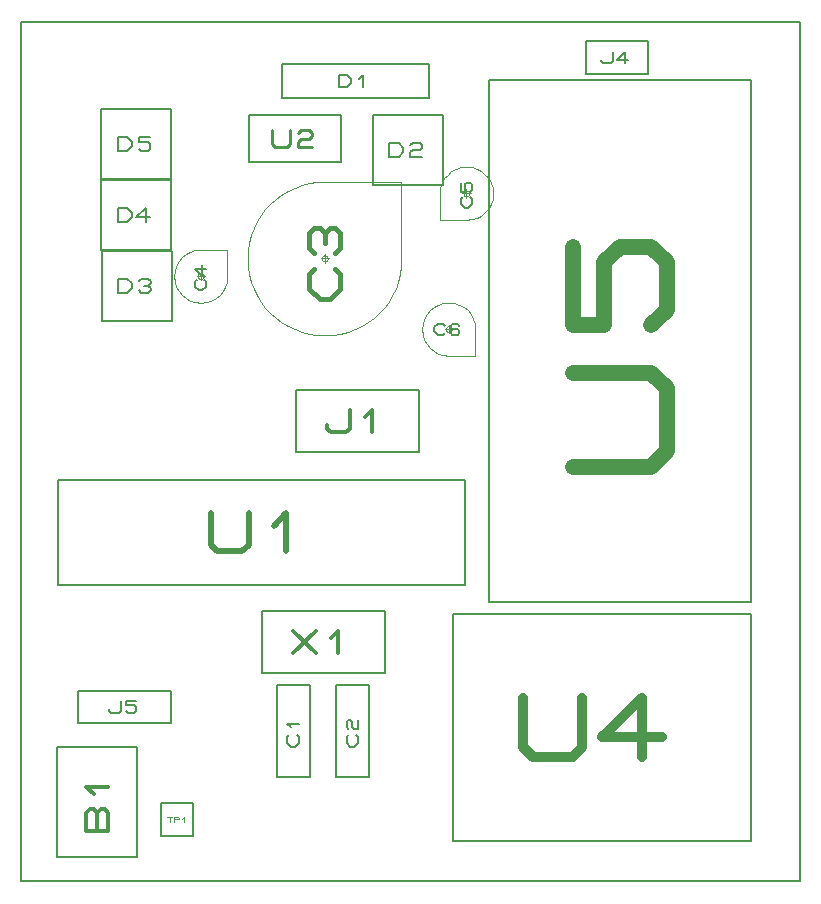
<source format=gbr>
G04 PROTEUS RS274X GERBER FILE*
%FSLAX45Y45*%
%MOMM*%
G01*
%ADD20C,0.203200*%
%ADD40C,0.533400*%
%ADD41C,0.240790*%
%ADD42C,0.172210*%
%ADD43C,0.164590*%
%ADD44C,0.050000*%
%ADD45C,0.435000*%
%ADD46C,0.151660*%
%ADD47C,0.197270*%
%ADD48C,1.332190*%
%ADD49C,0.316990*%
%ADD50C,0.840100*%
%ADD51C,0.068580*%
%ADD52C,0.309530*%
D20*
X+39941Y+39466D02*
X+6637261Y+39466D01*
X+6637261Y+7313126D01*
X+39941Y+7313126D01*
X+39941Y+39466D01*
X+351941Y+2549626D02*
X+3801261Y+2549626D01*
X+3801261Y+3438626D01*
X+351941Y+3438626D01*
X+351941Y+2549626D01*
D40*
X+1649881Y+3154146D02*
X+1649881Y+2887446D01*
X+1703221Y+2834106D01*
X+1916581Y+2834106D01*
X+1969921Y+2887446D01*
X+1969921Y+3154146D01*
X+2183281Y+3047466D02*
X+2289961Y+3154146D01*
X+2289961Y+2834106D01*
D20*
X+1972441Y+6125966D02*
X+2754761Y+6125966D01*
X+2754761Y+6527286D01*
X+1972441Y+6527286D01*
X+1972441Y+6125966D01*
D41*
X+2170968Y+6398863D02*
X+2170968Y+6278467D01*
X+2195047Y+6254388D01*
X+2291363Y+6254388D01*
X+2315442Y+6278467D01*
X+2315442Y+6398863D01*
X+2387680Y+6374784D02*
X+2411759Y+6398863D01*
X+2483996Y+6398863D01*
X+2508075Y+6374784D01*
X+2508075Y+6350705D01*
X+2483996Y+6326626D01*
X+2411759Y+6326626D01*
X+2387680Y+6302546D01*
X+2387680Y+6254388D01*
X+2508075Y+6254388D01*
D20*
X+2249301Y+6668346D02*
X+3493901Y+6668346D01*
X+3493901Y+6955366D01*
X+2249301Y+6955366D01*
X+2249301Y+6668346D01*
D42*
X+2733832Y+6760192D02*
X+2733832Y+6863519D01*
X+2802716Y+6863519D01*
X+2837158Y+6829077D01*
X+2837158Y+6794634D01*
X+2802716Y+6760192D01*
X+2733832Y+6760192D01*
X+2906043Y+6829077D02*
X+2940485Y+6863519D01*
X+2940485Y+6760192D01*
D20*
X+4822441Y+6875966D02*
X+5350761Y+6875966D01*
X+5350761Y+7150286D01*
X+4822441Y+7150286D01*
X+4822441Y+6875966D01*
D43*
X+4954928Y+6996666D02*
X+4954928Y+6980207D01*
X+4971387Y+6963748D01*
X+5037223Y+6963748D01*
X+5053682Y+6980207D01*
X+5053682Y+7062503D01*
X+5185355Y+6996666D02*
X+5086601Y+6996666D01*
X+5152437Y+7062503D01*
X+5152437Y+6963748D01*
D44*
X+2638601Y+5313126D02*
X+2638515Y+5315202D01*
X+2637813Y+5319355D01*
X+2636343Y+5323508D01*
X+2633941Y+5327661D01*
X+2630268Y+5331760D01*
X+2626115Y+5334769D01*
X+2621962Y+5336686D01*
X+2617809Y+5337769D01*
X+2613656Y+5338126D01*
X+2613601Y+5338126D01*
X+2588601Y+5313126D02*
X+2588687Y+5315202D01*
X+2589389Y+5319355D01*
X+2590859Y+5323508D01*
X+2593261Y+5327661D01*
X+2596934Y+5331760D01*
X+2601087Y+5334769D01*
X+2605240Y+5336686D01*
X+2609393Y+5337769D01*
X+2613546Y+5338126D01*
X+2613601Y+5338126D01*
X+2588601Y+5313126D02*
X+2588687Y+5311050D01*
X+2589389Y+5306897D01*
X+2590859Y+5302744D01*
X+2593261Y+5298591D01*
X+2596934Y+5294492D01*
X+2601087Y+5291483D01*
X+2605240Y+5289566D01*
X+2609393Y+5288483D01*
X+2613546Y+5288126D01*
X+2613601Y+5288126D01*
X+2638601Y+5313126D02*
X+2638515Y+5311050D01*
X+2637813Y+5306897D01*
X+2636343Y+5302744D01*
X+2633941Y+5298591D01*
X+2630268Y+5294492D01*
X+2626115Y+5291483D01*
X+2621962Y+5289566D01*
X+2617809Y+5288483D01*
X+2613656Y+5288126D01*
X+2613601Y+5288126D01*
X+2613601Y+5278126D02*
X+2613601Y+5348126D01*
X+2648601Y+5313126D02*
X+2578601Y+5313126D01*
X+3263601Y+5963126D02*
X+2613601Y+5963126D01*
X+2546048Y+5959843D01*
X+2480697Y+5950193D01*
X+2417845Y+5934472D01*
X+2357790Y+5912980D01*
X+2300830Y+5886012D01*
X+2247262Y+5853867D01*
X+2197383Y+5816842D01*
X+2151492Y+5775235D01*
X+2109885Y+5729344D01*
X+2072860Y+5679465D01*
X+2040715Y+5625897D01*
X+2013748Y+5568937D01*
X+1992255Y+5508882D01*
X+1976534Y+5446030D01*
X+1966884Y+5380679D01*
X+1963601Y+5313126D01*
X+1966884Y+5245573D01*
X+1976534Y+5180222D01*
X+1992255Y+5117370D01*
X+2013748Y+5057315D01*
X+2040715Y+5000355D01*
X+2072860Y+4946787D01*
X+2109885Y+4896908D01*
X+2151492Y+4851017D01*
X+2197383Y+4809410D01*
X+2247262Y+4772385D01*
X+2300830Y+4740240D01*
X+2357790Y+4713272D01*
X+2417845Y+4691780D01*
X+2480697Y+4676059D01*
X+2546048Y+4666409D01*
X+2613601Y+4663126D01*
X+2681154Y+4666409D01*
X+2746505Y+4676059D01*
X+2809357Y+4691780D01*
X+2869412Y+4713272D01*
X+2926372Y+4740240D01*
X+2979940Y+4772385D01*
X+3029819Y+4809410D01*
X+3075710Y+4851017D01*
X+3117317Y+4896908D01*
X+3154342Y+4946787D01*
X+3186487Y+5000355D01*
X+3213454Y+5057315D01*
X+3234947Y+5117370D01*
X+3250668Y+5180222D01*
X+3260318Y+5245573D01*
X+3263601Y+5313126D01*
X+3263601Y+5963126D01*
D45*
X+2700601Y+5226126D02*
X+2744101Y+5182626D01*
X+2744101Y+5052126D01*
X+2657101Y+4965126D01*
X+2570101Y+4965126D01*
X+2483101Y+5052126D01*
X+2483101Y+5182626D01*
X+2526601Y+5226126D01*
X+2526601Y+5356626D02*
X+2483101Y+5400126D01*
X+2483101Y+5530626D01*
X+2526601Y+5574126D01*
X+2570101Y+5574126D01*
X+2613601Y+5530626D01*
X+2657101Y+5574126D01*
X+2700601Y+5574126D01*
X+2744101Y+5530626D01*
X+2744101Y+5400126D01*
X+2700601Y+5356626D01*
X+2613601Y+5443626D02*
X+2613601Y+5530626D01*
D44*
X+1588601Y+5163126D02*
X+1588515Y+5165202D01*
X+1587813Y+5169355D01*
X+1586343Y+5173508D01*
X+1583941Y+5177661D01*
X+1580268Y+5181760D01*
X+1576115Y+5184769D01*
X+1571962Y+5186686D01*
X+1567809Y+5187769D01*
X+1563656Y+5188126D01*
X+1563601Y+5188126D01*
X+1538601Y+5163126D02*
X+1538687Y+5165202D01*
X+1539389Y+5169355D01*
X+1540859Y+5173508D01*
X+1543261Y+5177661D01*
X+1546934Y+5181760D01*
X+1551087Y+5184769D01*
X+1555240Y+5186686D01*
X+1559393Y+5187769D01*
X+1563546Y+5188126D01*
X+1563601Y+5188126D01*
X+1538601Y+5163126D02*
X+1538687Y+5161050D01*
X+1539389Y+5156897D01*
X+1540859Y+5152744D01*
X+1543261Y+5148591D01*
X+1546934Y+5144492D01*
X+1551087Y+5141483D01*
X+1555240Y+5139566D01*
X+1559393Y+5138483D01*
X+1563546Y+5138126D01*
X+1563601Y+5138126D01*
X+1588601Y+5163126D02*
X+1588515Y+5161050D01*
X+1587813Y+5156897D01*
X+1586343Y+5152744D01*
X+1583941Y+5148591D01*
X+1580268Y+5144492D01*
X+1576115Y+5141483D01*
X+1571962Y+5139566D01*
X+1567809Y+5138483D01*
X+1563656Y+5138126D01*
X+1563601Y+5138126D01*
X+1563601Y+5128126D02*
X+1563601Y+5198126D01*
X+1598601Y+5163126D02*
X+1528601Y+5163126D01*
X+1788601Y+5388126D02*
X+1563601Y+5388126D01*
X+1517596Y+5383649D01*
X+1475051Y+5370768D01*
X+1436791Y+5350305D01*
X+1403640Y+5323087D01*
X+1376421Y+5289935D01*
X+1355959Y+5251676D01*
X+1343078Y+5209131D01*
X+1338601Y+5163126D01*
X+1343078Y+5117121D01*
X+1355959Y+5074576D01*
X+1376421Y+5036317D01*
X+1403640Y+5003165D01*
X+1436791Y+4975947D01*
X+1475051Y+4955484D01*
X+1517596Y+4942603D01*
X+1563601Y+4938126D01*
X+1609606Y+4942603D01*
X+1652151Y+4955484D01*
X+1690411Y+4975947D01*
X+1723562Y+5003165D01*
X+1750781Y+5036317D01*
X+1771243Y+5074576D01*
X+1784124Y+5117121D01*
X+1788601Y+5163126D01*
X+1788601Y+5388126D01*
D46*
X+1593935Y+5132793D02*
X+1609101Y+5117626D01*
X+1609101Y+5072127D01*
X+1578768Y+5041794D01*
X+1548435Y+5041794D01*
X+1518102Y+5072127D01*
X+1518102Y+5117626D01*
X+1533268Y+5132793D01*
X+1578768Y+5254125D02*
X+1578768Y+5163126D01*
X+1518102Y+5223792D01*
X+1609101Y+5223792D01*
D20*
X+3022441Y+5935466D02*
X+3614261Y+5935466D01*
X+3614261Y+6527286D01*
X+3022441Y+6527286D01*
X+3022441Y+5935466D01*
D47*
X+3160533Y+6172194D02*
X+3160533Y+6290558D01*
X+3239442Y+6290558D01*
X+3278896Y+6251103D01*
X+3278896Y+6211649D01*
X+3239442Y+6172194D01*
X+3160533Y+6172194D01*
X+3338078Y+6270831D02*
X+3357805Y+6290558D01*
X+3416987Y+6290558D01*
X+3436714Y+6270831D01*
X+3436714Y+6251103D01*
X+3416987Y+6231376D01*
X+3357805Y+6231376D01*
X+3338078Y+6211649D01*
X+3338078Y+6172194D01*
X+3436714Y+6172194D01*
D44*
X+3838601Y+5863126D02*
X+3838515Y+5865202D01*
X+3837813Y+5869355D01*
X+3836343Y+5873508D01*
X+3833941Y+5877661D01*
X+3830268Y+5881760D01*
X+3826115Y+5884769D01*
X+3821962Y+5886686D01*
X+3817809Y+5887769D01*
X+3813656Y+5888126D01*
X+3813601Y+5888126D01*
X+3788601Y+5863126D02*
X+3788687Y+5865202D01*
X+3789389Y+5869355D01*
X+3790859Y+5873508D01*
X+3793261Y+5877661D01*
X+3796934Y+5881760D01*
X+3801087Y+5884769D01*
X+3805240Y+5886686D01*
X+3809393Y+5887769D01*
X+3813546Y+5888126D01*
X+3813601Y+5888126D01*
X+3788601Y+5863126D02*
X+3788687Y+5861050D01*
X+3789389Y+5856897D01*
X+3790859Y+5852744D01*
X+3793261Y+5848591D01*
X+3796934Y+5844492D01*
X+3801087Y+5841483D01*
X+3805240Y+5839566D01*
X+3809393Y+5838483D01*
X+3813546Y+5838126D01*
X+3813601Y+5838126D01*
X+3838601Y+5863126D02*
X+3838515Y+5861050D01*
X+3837813Y+5856897D01*
X+3836343Y+5852744D01*
X+3833941Y+5848591D01*
X+3830268Y+5844492D01*
X+3826115Y+5841483D01*
X+3821962Y+5839566D01*
X+3817809Y+5838483D01*
X+3813656Y+5838126D01*
X+3813601Y+5838126D01*
X+3813601Y+5898126D02*
X+3813601Y+5828126D01*
X+3778601Y+5863126D02*
X+3848601Y+5863126D01*
X+3588601Y+5638126D02*
X+3813601Y+5638126D01*
X+3859606Y+5642603D01*
X+3902151Y+5655484D01*
X+3940411Y+5675947D01*
X+3973562Y+5703165D01*
X+4000781Y+5736317D01*
X+4021243Y+5774576D01*
X+4034124Y+5817121D01*
X+4038601Y+5863126D01*
X+4034124Y+5909131D01*
X+4021243Y+5951676D01*
X+4000781Y+5989935D01*
X+3973562Y+6023087D01*
X+3940411Y+6050305D01*
X+3902151Y+6070768D01*
X+3859606Y+6083649D01*
X+3813601Y+6088126D01*
X+3767596Y+6083649D01*
X+3725051Y+6070768D01*
X+3686791Y+6050305D01*
X+3653640Y+6023087D01*
X+3626421Y+5989935D01*
X+3605959Y+5951676D01*
X+3593078Y+5909131D01*
X+3588601Y+5863126D01*
X+3588601Y+5638126D01*
D46*
X+3843935Y+5832793D02*
X+3859101Y+5817626D01*
X+3859101Y+5772127D01*
X+3828768Y+5741794D01*
X+3798435Y+5741794D01*
X+3768102Y+5772127D01*
X+3768102Y+5817626D01*
X+3783268Y+5832793D01*
X+3768102Y+5954125D02*
X+3768102Y+5878292D01*
X+3798435Y+5878292D01*
X+3798435Y+5938958D01*
X+3813601Y+5954125D01*
X+3843935Y+5954125D01*
X+3859101Y+5938958D01*
X+3859101Y+5893459D01*
X+3843935Y+5878292D01*
D44*
X+3688601Y+4713126D02*
X+3688515Y+4715202D01*
X+3687813Y+4719355D01*
X+3686343Y+4723508D01*
X+3683941Y+4727661D01*
X+3680268Y+4731760D01*
X+3676115Y+4734769D01*
X+3671962Y+4736686D01*
X+3667809Y+4737769D01*
X+3663656Y+4738126D01*
X+3663601Y+4738126D01*
X+3638601Y+4713126D02*
X+3638687Y+4715202D01*
X+3639389Y+4719355D01*
X+3640859Y+4723508D01*
X+3643261Y+4727661D01*
X+3646934Y+4731760D01*
X+3651087Y+4734769D01*
X+3655240Y+4736686D01*
X+3659393Y+4737769D01*
X+3663546Y+4738126D01*
X+3663601Y+4738126D01*
X+3638601Y+4713126D02*
X+3638687Y+4711050D01*
X+3639389Y+4706897D01*
X+3640859Y+4702744D01*
X+3643261Y+4698591D01*
X+3646934Y+4694492D01*
X+3651087Y+4691483D01*
X+3655240Y+4689566D01*
X+3659393Y+4688483D01*
X+3663546Y+4688126D01*
X+3663601Y+4688126D01*
X+3688601Y+4713126D02*
X+3688515Y+4711050D01*
X+3687813Y+4706897D01*
X+3686343Y+4702744D01*
X+3683941Y+4698591D01*
X+3680268Y+4694492D01*
X+3676115Y+4691483D01*
X+3671962Y+4689566D01*
X+3667809Y+4688483D01*
X+3663656Y+4688126D01*
X+3663601Y+4688126D01*
X+3628601Y+4713126D02*
X+3698601Y+4713126D01*
X+3663601Y+4678126D02*
X+3663601Y+4748126D01*
X+3888601Y+4488126D02*
X+3888601Y+4713126D01*
X+3884124Y+4759131D01*
X+3871243Y+4801676D01*
X+3850781Y+4839935D01*
X+3823562Y+4873087D01*
X+3790411Y+4900305D01*
X+3752151Y+4920768D01*
X+3709606Y+4933649D01*
X+3663601Y+4938126D01*
X+3617596Y+4933649D01*
X+3575051Y+4920768D01*
X+3536791Y+4900305D01*
X+3503640Y+4873087D01*
X+3476421Y+4839935D01*
X+3455959Y+4801676D01*
X+3443078Y+4759131D01*
X+3438601Y+4713126D01*
X+3443078Y+4667121D01*
X+3455959Y+4624576D01*
X+3476421Y+4586317D01*
X+3503640Y+4553165D01*
X+3536791Y+4525947D01*
X+3575051Y+4505484D01*
X+3617596Y+4492603D01*
X+3663601Y+4488126D01*
X+3888601Y+4488126D01*
D46*
X+3633268Y+4682792D02*
X+3618101Y+4667626D01*
X+3572602Y+4667626D01*
X+3542269Y+4697959D01*
X+3542269Y+4728292D01*
X+3572602Y+4758625D01*
X+3618101Y+4758625D01*
X+3633268Y+4743459D01*
X+3754600Y+4743459D02*
X+3739433Y+4758625D01*
X+3693934Y+4758625D01*
X+3678767Y+4743459D01*
X+3678767Y+4682792D01*
X+3693934Y+4667626D01*
X+3739433Y+4667626D01*
X+3754600Y+4682792D01*
X+3754600Y+4697959D01*
X+3739433Y+4713126D01*
X+3678767Y+4713126D01*
D20*
X+4003441Y+2402966D02*
X+6223761Y+2402966D01*
X+6223761Y+6823286D01*
X+4003441Y+6823286D01*
X+4003441Y+2402966D01*
D48*
X+4713944Y+3547373D02*
X+5380040Y+3547373D01*
X+5513259Y+3680592D01*
X+5513259Y+4213468D01*
X+5380040Y+4346687D01*
X+4713944Y+4346687D01*
X+4713944Y+5412440D02*
X+4713944Y+4746345D01*
X+4980382Y+4746345D01*
X+4980382Y+5279221D01*
X+5113601Y+5412440D01*
X+5380040Y+5412440D01*
X+5513259Y+5279221D01*
X+5513259Y+4879564D01*
X+5380040Y+4746345D01*
D20*
X+2083441Y+1798966D02*
X+3119761Y+1798966D01*
X+3119761Y+2327286D01*
X+2083441Y+2327286D01*
X+2083441Y+1798966D01*
D49*
X+2348008Y+2158223D02*
X+2538202Y+1968028D01*
X+2348008Y+1968028D02*
X+2538202Y+2158223D01*
X+2664999Y+2094825D02*
X+2728397Y+2158223D01*
X+2728397Y+1968028D01*
D20*
X+2210441Y+917966D02*
X+2484761Y+917966D01*
X+2484761Y+1700286D01*
X+2210441Y+1700286D01*
X+2210441Y+917966D01*
D43*
X+2380520Y+1276207D02*
X+2396979Y+1259748D01*
X+2396979Y+1210371D01*
X+2364061Y+1177453D01*
X+2331142Y+1177453D01*
X+2298224Y+1210371D01*
X+2298224Y+1259748D01*
X+2314683Y+1276207D01*
X+2331142Y+1342044D02*
X+2298224Y+1374962D01*
X+2396979Y+1374962D01*
D20*
X+2710441Y+917966D02*
X+2984761Y+917966D01*
X+2984761Y+1700286D01*
X+2710441Y+1700286D01*
X+2710441Y+917966D01*
D43*
X+2880520Y+1276207D02*
X+2896979Y+1259748D01*
X+2896979Y+1210371D01*
X+2864061Y+1177453D01*
X+2831142Y+1177453D01*
X+2798224Y+1210371D01*
X+2798224Y+1259748D01*
X+2814683Y+1276207D01*
X+2814683Y+1325585D02*
X+2798224Y+1342044D01*
X+2798224Y+1391421D01*
X+2814683Y+1407880D01*
X+2831142Y+1407880D01*
X+2847601Y+1391421D01*
X+2847601Y+1342044D01*
X+2864061Y+1325585D01*
X+2896979Y+1325585D01*
X+2896979Y+1407880D01*
D20*
X+726441Y+4785466D02*
X+1318261Y+4785466D01*
X+1318261Y+5377286D01*
X+726441Y+5377286D01*
X+726441Y+4785466D01*
D47*
X+864533Y+5022194D02*
X+864533Y+5140558D01*
X+943442Y+5140558D01*
X+982896Y+5101103D01*
X+982896Y+5061649D01*
X+943442Y+5022194D01*
X+864533Y+5022194D01*
X+1042078Y+5120831D02*
X+1061805Y+5140558D01*
X+1120987Y+5140558D01*
X+1140714Y+5120831D01*
X+1140714Y+5101103D01*
X+1120987Y+5081376D01*
X+1140714Y+5061649D01*
X+1140714Y+5041921D01*
X+1120987Y+5022194D01*
X+1061805Y+5022194D01*
X+1042078Y+5041921D01*
X+1081532Y+5081376D02*
X+1120987Y+5081376D01*
D20*
X+722441Y+5385466D02*
X+1314261Y+5385466D01*
X+1314261Y+5977286D01*
X+722441Y+5977286D01*
X+722441Y+5385466D01*
D47*
X+860533Y+5622194D02*
X+860533Y+5740558D01*
X+939442Y+5740558D01*
X+978896Y+5701103D01*
X+978896Y+5661649D01*
X+939442Y+5622194D01*
X+860533Y+5622194D01*
X+1136714Y+5661649D02*
X+1018351Y+5661649D01*
X+1097260Y+5740558D01*
X+1097260Y+5622194D01*
D20*
X+722441Y+5985466D02*
X+1314261Y+5985466D01*
X+1314261Y+6577286D01*
X+722441Y+6577286D01*
X+722441Y+5985466D01*
D47*
X+860533Y+6222194D02*
X+860533Y+6340558D01*
X+939442Y+6340558D01*
X+978896Y+6301103D01*
X+978896Y+6261649D01*
X+939442Y+6222194D01*
X+860533Y+6222194D01*
X+1136714Y+6340558D02*
X+1038078Y+6340558D01*
X+1038078Y+6301103D01*
X+1116987Y+6301103D01*
X+1136714Y+6281376D01*
X+1136714Y+6241921D01*
X+1116987Y+6222194D01*
X+1057805Y+6222194D01*
X+1038078Y+6241921D01*
D20*
X+3703441Y+382966D02*
X+6223761Y+382966D01*
X+6223761Y+2303286D01*
X+3703441Y+2303286D01*
X+3703441Y+382966D01*
D50*
X+4291517Y+1595157D02*
X+4291517Y+1175104D01*
X+4375527Y+1091094D01*
X+4711569Y+1091094D01*
X+4795580Y+1175104D01*
X+4795580Y+1595157D01*
X+5467664Y+1259115D02*
X+4963601Y+1259115D01*
X+5299643Y+1595157D01*
X+5299643Y+1091094D01*
D20*
X+1226441Y+425966D02*
X+1500761Y+425966D01*
X+1500761Y+700286D01*
X+1226441Y+700286D01*
X+1226441Y+425966D01*
D51*
X+1281305Y+583700D02*
X+1322453Y+583700D01*
X+1301879Y+583700D02*
X+1301879Y+542552D01*
X+1336169Y+542552D02*
X+1336169Y+583700D01*
X+1370459Y+583700D01*
X+1377317Y+576842D01*
X+1377317Y+569984D01*
X+1370459Y+563126D01*
X+1336169Y+563126D01*
X+1404749Y+569984D02*
X+1418465Y+583700D01*
X+1418465Y+542552D01*
D20*
X+2372441Y+3671966D02*
X+3408761Y+3671966D01*
X+3408761Y+4200286D01*
X+2372441Y+4200286D01*
X+2372441Y+3671966D01*
D49*
X+2637008Y+3904426D02*
X+2637008Y+3872727D01*
X+2668707Y+3841028D01*
X+2795503Y+3841028D01*
X+2827202Y+3872727D01*
X+2827202Y+4031223D01*
X+2953999Y+3967825D02*
X+3017397Y+4031223D01*
X+3017397Y+3841028D01*
D20*
X+526441Y+1375966D02*
X+1308761Y+1375966D01*
X+1308761Y+1650286D01*
X+526441Y+1650286D01*
X+526441Y+1375966D01*
D43*
X+785928Y+1496666D02*
X+785928Y+1480207D01*
X+802387Y+1463748D01*
X+868223Y+1463748D01*
X+884682Y+1480207D01*
X+884682Y+1562503D01*
X+1016355Y+1562503D02*
X+934060Y+1562503D01*
X+934060Y+1529585D01*
X+999896Y+1529585D01*
X+1016355Y+1513126D01*
X+1016355Y+1480207D01*
X+999896Y+1463748D01*
X+950519Y+1463748D01*
X+934060Y+1480207D01*
D20*
X+349301Y+248826D02*
X+1027901Y+248826D01*
X+1027901Y+1177426D01*
X+349301Y+1177426D01*
X+349301Y+248826D01*
D52*
X+781461Y+465500D02*
X+595741Y+465500D01*
X+595741Y+620266D01*
X+626694Y+651219D01*
X+657648Y+651219D01*
X+688601Y+620266D01*
X+719554Y+651219D01*
X+750508Y+651219D01*
X+781461Y+620266D01*
X+781461Y+465500D01*
X+688601Y+465500D02*
X+688601Y+620266D01*
X+657648Y+775032D02*
X+595741Y+836939D01*
X+781461Y+836939D01*
M02*

</source>
